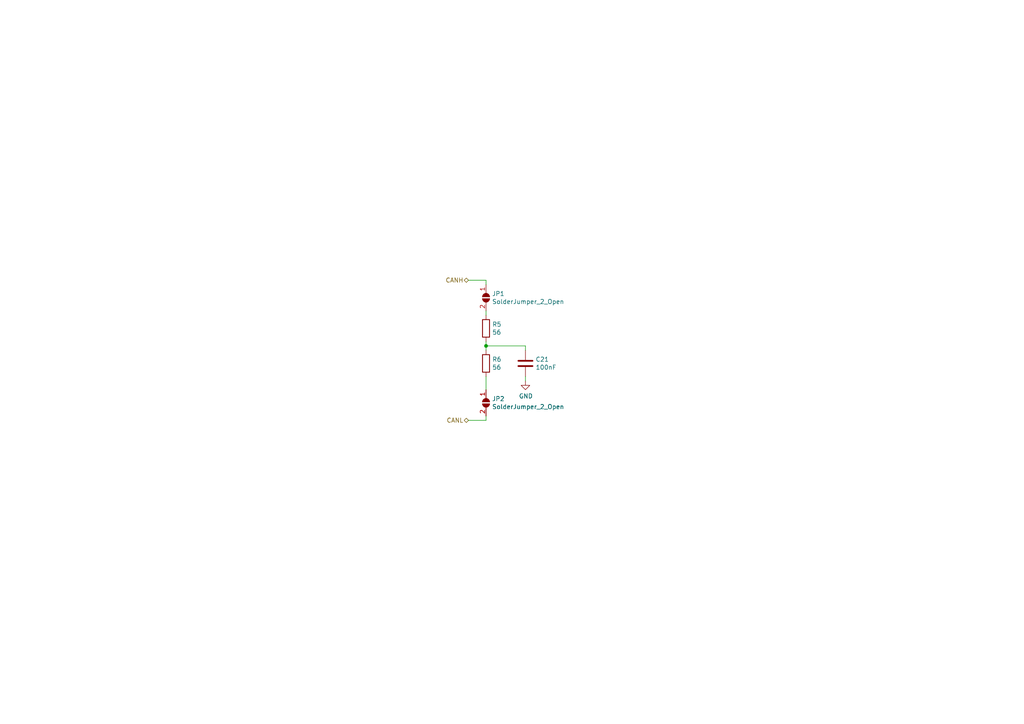
<source format=kicad_sch>
(kicad_sch (version 20211123) (generator eeschema)
  (paper "A4")
  (lib_symbols
    (symbol "Device:C" (pin_numbers hide) (pin_names (offset 0.254))
      (property "Reference" "C" (at 0.635 2.54 0))
      (property "Value" "C" (at 0.635 -2.54 0))
      (symbol "C_0_1"
        (polyline (pts (xy -2.032 -0.762) (xy 2.032 -0.762)) (stroke (width 0.508)))
        (polyline (pts (xy -2.032 0.762) (xy 2.032 0.762)) (stroke (width 0.508)))
      )
      (symbol "C_1_1"
        (pin passive line (at 0 3.81 270) (length 2.794) (name "~") (number "1"))
        (pin passive line (at 0 -3.81 90) (length 2.794) (name "~") (number "2"))
      )
    )
    (symbol "Device:R" (pin_numbers hide) (pin_names (offset 0))
      (property "Reference" "R" (at 2.032 0 90))
      (property "Value" "R" (at 0 0 90))
      (symbol "R_0_1"
        (rectangle (start -1.016 -2.54) (end 1.016 2.54) (stroke (width 0.254)))
      )
      (symbol "R_1_1"
        (pin passive line (at 0 3.81 270) (length 1.27) (name "~") (number "1"))
        (pin passive line (at 0 -3.81 90) (length 1.27) (name "~") (number "2"))
      )
    )
    (symbol "Jumper:SolderJumper_2_Open" (pin_names (offset 0) hide)
      (property "Reference" "JP" (at 0 2.032 0))
      (property "Value" "SolderJumper_2_Open" (at 0 -2.54 0))
      (symbol "SolderJumper_2_Open_0_1"
        (arc (start -0.254 1.016) (mid -1.27 0) (end -0.254 -1.016))
        (arc (start -0.254 1.016) (mid -1.27 0) (end -0.254 -1.016) (fill (type outline)))
        (polyline (pts (xy -0.254 1.016) (xy -0.254 -1.016)))
        (polyline (pts (xy 0.254 1.016) (xy 0.254 -1.016)))
        (arc (start 0.254 -1.016) (mid 1.27 0) (end 0.254 1.016))
        (arc (start 0.254 -1.016) (mid 1.27 0) (end 0.254 1.016) (fill (type outline)))
      )
      (symbol "SolderJumper_2_Open_1_1"
        (pin passive line (at -3.81 0 0) (length 2.54) (name "A") (number "1"))
        (pin passive line (at 3.81 0 180) (length 2.54) (name "B") (number "2"))
      )
    )
    (symbol "power:GND" (power) (pin_names (offset 0))
      (property "Value" "GND" (at 0 -3.81 0))
      (symbol "GND_0_1"
        (polyline (pts (xy 0 0) (xy 0 -1.27) (xy 1.27 -1.27) (xy 0 -2.54) (xy -1.27 -1.27) (xy 0 -1.27)))
      )
      (symbol "GND_1_1"
        (pin power_in line (at 0 0 270) (length 0) hide (name "GND") (number "1"))
      )
    )
  )
  (junction (at 140.97 100.33))
  (wire (pts (xy 140.97 109.22) (xy 140.97 113.03)))
  (wire (pts (xy 140.97 82.55) (xy 140.97 81.28)))
  (wire (pts (xy 140.97 99.06) (xy 140.97 100.33)))
  (wire (pts (xy 152.4 101.6) (xy 152.4 100.33)))
  (wire (pts (xy 135.89 81.28) (xy 140.97 81.28)))
  (wire (pts (xy 140.97 120.65) (xy 140.97 121.92)))
  (wire (pts (xy 152.4 100.33) (xy 140.97 100.33)))
  (wire (pts (xy 152.4 110.49) (xy 152.4 109.22)))
  (wire (pts (xy 140.97 90.17) (xy 140.97 91.44)))
  (wire (pts (xy 140.97 100.33) (xy 140.97 101.6)))
  (wire (pts (xy 135.89 121.92) (xy 140.97 121.92)))
  (hierarchical_label "CANL" (shape bidirectional) (at 135.89 121.92 180))
  (hierarchical_label "CANH" (shape bidirectional) (at 135.89 81.28 180))
  (symbol (lib_id "Device:R") (at 140.97 105.41 0) (unit 1)
    (property "Reference" "R6" (at 142.748 104.2416 0) (effects (justify left)))
    (property "Value" "56" (at 142.748 106.553 0) (effects (justify left)))
    (property "Footprint" "Resistor_SMD:R_0603_1608Metric" (effects hide))
    (property "LCSC Part #" "C25196" (effects hide))
  )
  (symbol (lib_id "Device:C") (at 152.4 105.41 0) (unit 1)
    (property "Reference" "C21" (at 155.321 104.2416 0) (effects (justify left)))
    (property "Value" "100nF" (at 155.321 106.553 0) (effects (justify left)))
    (property "Footprint" "Capacitor_SMD:C_0603_1608Metric" (effects hide))
    (property "LCSC Part #" "C14663" (effects hide))
  )
  (symbol (lib_id "power:GND") (at 152.4 110.49 0) (unit 1)
    (property "Reference" "#PWR021" (effects hide))
    (property "Value" "GND" (at 152.527 114.8842 0))
  )
  (symbol (lib_id "Jumper:SolderJumper_2_Open") (at 140.97 86.36 270) (unit 1)
    (property "Reference" "JP1" (at 142.6972 85.1916 90) (effects (justify left)))
    (property "Value" "SolderJumper_2_Open" (at 142.6972 87.503 90) (effects (justify left)))
    (property "Footprint" "Jumper:SolderJumper-2_P1.3mm_Open_RoundedPad1.0x1.5mm" (effects hide))
    (property "place" "dnp" (effects hide))
  )
  (symbol (lib_id "Jumper:SolderJumper_2_Open") (at 140.97 116.84 270) (unit 1)
    (property "Reference" "JP2" (at 142.6972 115.6716 90) (effects (justify left)))
    (property "Value" "SolderJumper_2_Open" (at 142.6972 117.983 90) (effects (justify left)))
    (property "Footprint" "Jumper:SolderJumper-2_P1.3mm_Open_RoundedPad1.0x1.5mm" (effects hide))
    (property "place" "dnp" (effects hide))
  )
  (symbol (lib_id "Device:R") (at 140.97 95.25 0) (unit 1)
    (property "Reference" "R5" (at 142.748 94.0816 0) (effects (justify left)))
    (property "Value" "56" (at 142.748 96.393 0) (effects (justify left)))
    (property "Footprint" "Resistor_SMD:R_0603_1608Metric" (effects hide))
    (property "LCSC Part #" "C25196" (effects hide))
  )
)
</source>
